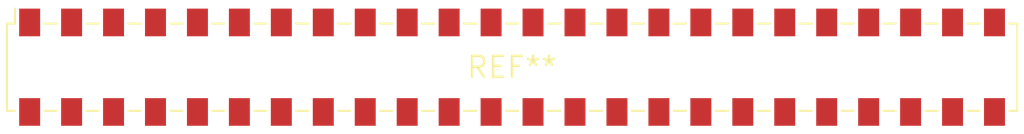
<source format=kicad_pcb>
(kicad_pcb (version 20240108) (generator pcbnew)
  (layers (0 "F.Cu" signal) (31 "B.Cu" signal) (34 "B.Paste" user) (35 "F.Paste" user) (36 "B.SilkS" user "B.Silkscreen") (37 "F.SilkS" user "F.Silkscreen") (38 "B.Mask" user) (39 "F.Mask" user) (44 "Edge.Cuts" user))
  (net 0 "")
  (footprint "Samtec_HLE-124-02-xxx-DV-BE_2x24_P2.54mm_Horizontal" (layer "F.Cu") (at 0 0)
    (property "Reference" "REF**")
    (property "Value" "Samtec_HLE-124-02-xxx-DV-BE_2x24_P2.54mm_Horizontal")
    (fp_line (start -30.59 -2.65) (end -30.59 2.65) (layer "F.SilkS") (stroke (width 0.12)))
    (fp_line (start -30.59 2.65) (end -30.105 2.65) (layer "F.SilkS") (stroke (width 0.12)))
    (fp_line (start -30.105 -3.56) (end -30.105 -2.65) (layer "F.SilkS") (stroke (width 0.12)))
    (fp_line (start -30.105 -2.65) (end -30.59 -2.65) (layer "F.SilkS") (stroke (width 0.12)))
    (fp_line (start -28.315 -2.65) (end -27.565 -2.65) (layer "F.SilkS") (stroke (width 0.12)))
    (fp_line (start -28.315 2.65) (end -27.565 2.65) (layer "F.SilkS") (stroke (width 0.12)))
    (fp_line (start -25.775 -2.65) (end -25.025 -2.65) (layer "F.SilkS") (stroke (width 0.12)))
    (fp_line (start -25.775 2.65) (end -25.025 2.65) (layer "F.SilkS") (stroke (width 0.12)))
    (fp_line (start -23.235 -2.65) (end -22.485 -2.65) (layer "F.SilkS") (stroke (width 0.12)))
    (fp_line (start -23.235 2.65) (end -22.485 2.65) (layer "F.SilkS") (stroke (width 0.12)))
    (fp_line (start -20.695 -2.65) (end -19.945 -2.65) (layer "F.SilkS") (stroke (width 0.12)))
    (fp_line (start -20.695 2.65) (end -19.945 2.65) (layer "F.SilkS") (stroke (width 0.12)))
    (fp_line (start -18.155 -2.65) (end -17.405 -2.65) (layer "F.SilkS") (stroke (width 0.12)))
    (fp_line (start -18.155 2.65) (end -17.405 2.65) (layer "F.SilkS") (stroke (width 0.12)))
    (fp_line (start -15.615 -2.65) (end -14.865 -2.65) (layer "F.SilkS") (stroke (width 0.12)))
    (fp_line (start -15.615 2.65) (end -14.865 2.65) (layer "F.SilkS") (stroke (width 0.12)))
    (fp_line (start -13.075 -2.65) (end -12.325 -2.65) (layer "F.SilkS") (stroke (width 0.12)))
    (fp_line (start -13.075 2.65) (end -12.325 2.65) (layer "F.SilkS") (stroke (width 0.12)))
    (fp_line (start -10.535 -2.65) (end -9.785 -2.65) (layer "F.SilkS") (stroke (width 0.12)))
    (fp_line (start -10.535 2.65) (end -9.785 2.65) (layer "F.SilkS") (stroke (width 0.12)))
    (fp_line (start -7.995 -2.65) (end -7.245 -2.65) (layer "F.SilkS") (stroke (width 0.12)))
    (fp_line (start -7.995 2.65) (end -7.245 2.65) (layer "F.SilkS") (stroke (width 0.12)))
    (fp_line (start -5.455 -2.65) (end -4.705 -2.65) (layer "F.SilkS") (stroke (width 0.12)))
    (fp_line (start -5.455 2.65) (end -4.705 2.65) (layer "F.SilkS") (stroke (width 0.12)))
    (fp_line (start -2.915 -2.65) (end -2.165 -2.65) (layer "F.SilkS") (stroke (width 0.12)))
    (fp_line (start -2.915 2.65) (end -2.165 2.65) (layer "F.SilkS") (stroke (width 0.12)))
    (fp_line (start -0.375 -2.65) (end 0.375 -2.65) (layer "F.SilkS") (stroke (width 0.12)))
    (fp_line (start -0.375 2.65) (end 0.375 2.65) (layer "F.SilkS") (stroke (width 0.12)))
    (fp_line (start 2.165 -2.65) (end 2.915 -2.65) (layer "F.SilkS") (stroke (width 0.12)))
    (fp_line (start 2.165 2.65) (end 2.915 2.65) (layer "F.SilkS") (stroke (width 0.12)))
    (fp_line (start 4.705 -2.65) (end 5.455 -2.65) (layer "F.SilkS") (stroke (width 0.12)))
    (fp_line (start 4.705 2.65) (end 5.455 2.65) (layer "F.SilkS") (stroke (width 0.12)))
    (fp_line (start 7.245 -2.65) (end 7.995 -2.65) (layer "F.SilkS") (stroke (width 0.12)))
    (fp_line (start 7.245 2.65) (end 7.995 2.65) (layer "F.SilkS") (stroke (width 0.12)))
    (fp_line (start 9.785 -2.65) (end 10.535 -2.65) (layer "F.SilkS") (stroke (width 0.12)))
    (fp_line (start 9.785 2.65) (end 10.535 2.65) (layer "F.SilkS") (stroke (width 0.12)))
    (fp_line (start 12.325 -2.65) (end 13.075 -2.65) (layer "F.SilkS") (stroke (width 0.12)))
    (fp_line (start 12.325 2.65) (end 13.075 2.65) (layer "F.SilkS") (stroke (width 0.12)))
    (fp_line (start 14.865 -2.65) (end 15.615 -2.65) (layer "F.SilkS") (stroke (width 0.12)))
    (fp_line (start 14.865 2.65) (end 15.615 2.65) (layer "F.SilkS") (stroke (width 0.12)))
    (fp_line (start 17.405 -2.65) (end 18.155 -2.65) (layer "F.SilkS") (stroke (width 0.12)))
    (fp_line (start 17.405 2.65) (end 18.155 2.65) (layer "F.SilkS") (stroke (width 0.12)))
    (fp_line (start 19.945 -2.65) (end 20.695 -2.65) (layer "F.SilkS") (stroke (width 0.12)))
    (fp_line (start 19.945 2.65) (end 20.695 2.65) (layer "F.SilkS") (stroke (width 0.12)))
    (fp_line (start 22.485 -2.65) (end 23.235 -2.65) (layer "F.SilkS") (stroke (width 0.12)))
    (fp_line (start 22.485 2.65) (end 23.235 2.65) (layer "F.SilkS") (stroke (width 0.12)))
    (fp_line (start 25.025 -2.65) (end 25.775 -2.65) (layer "F.SilkS") (stroke (width 0.12)))
    (fp_line (start 25.025 2.65) (end 25.775 2.65) (layer "F.SilkS") (stroke (width 0.12)))
    (fp_line (start 27.565 -2.65) (end 28.315 -2.65) (layer "F.SilkS") (stroke (width 0.12)))
    (fp_line (start 27.565 2.65) (end 28.315 2.65) (layer "F.SilkS") (stroke (width 0.12)))
    (fp_line (start 30.105 -2.65) (end 30.59 -2.65) (layer "F.SilkS") (stroke (width 0.12)))
    (fp_line (start 30.59 -2.65) (end 30.59 2.65) (layer "F.SilkS") (stroke (width 0.12)))
    (fp_line (start 30.59 2.65) (end 30.105 2.65) (layer "F.SilkS") (stroke (width 0.12)))
    (pad "" np_thru_hole circle (at -29.21 -1.27) (size 0.97 0.97) (drill 0.97) (layers *.Cu *.Mask))
    (pad "" np_thru_hole circle (at -29.21 1.27) (size 0.97 0.97) (drill 0.97) (layers *.Cu *.Mask))
    (pad "" np_thru_hole circle (at -26.67 -1.27) (size 0.97 0.97) (drill 0.97) (layers *.Cu *.Mask))
    (pad "" np_thru_hole circle (at -26.67 1.27) (size 0.97 0.97) (drill 0.97) (layers *.Cu *.Mask))
    (pad "" np_thru_hole circle (at -24.13 -1.27) (size 0.97 0.97) (drill 0.97) (layers *.Cu *.Mask))
    (pad "" np_thru_hole circle (at -24.13 1.27) (size 0.97 0.97) (drill 0.97) (layers *.Cu *.Mask))
    (pad "" np_thru_hole circle (at -21.59 -1.27) (size 0.97 0.97) (drill 0.97) (layers *.Cu *.Mask))
    (pad "" np_thru_hole circle (at -21.59 1.27) (size 0.97 0.97) (drill 0.97) (layers *.Cu *.Mask))
    (pad "" np_thru_hole circle (at -19.05 -1.27) (size 0.97 0.97) (drill 0.97) (layers *.Cu *.Mask))
    (pad "" np_thru_hole circle (at -19.05 1.27) (size 0.97 0.97) (drill 0.97) (layers *.Cu *.Mask))
    (pad "" np_thru_hole circle (at -16.51 -1.27) (size 0.97 0.97) (drill 0.97) (layers *.Cu *.Mask))
    (pad "" np_thru_hole circle (at -16.51 1.27) (size 0.97 0.97) (drill 0.97) (layers *.Cu *.Mask))
    (pad "" np_thru_hole circle (at -13.97 -1.27) (size 0.97 0.97) (drill 0.97) (layers *.Cu *.Mask))
    (pad "" np_thru_hole circle (at -13.97 1.27) (size 0.97 0.97) (drill 0.97) (layers *.Cu *.Mask))
    (pad "" np_thru_hole circle (at -11.43 -1.27) (size 0.97 0.97) (drill 0.97) (layers *.Cu *.Mask))
    (pad "" np_thru_hole circle (at -11.43 1.27) (size 0.97 0.97) (drill 0.97) (layers *.Cu *.Mask))
    (pad "" np_thru_hole circle (at -8.89 -1.27) (size 0.97 0.97) (drill 0.97) (layers *.Cu *.Mask))
    (pad "" np_thru_hole circle (at -8.89 1.27) (size 0.97 0.97) (drill 0.97) (layers *.Cu *.Mask))
    (pad "" np_thru_hole circle (at -6.35 -1.27) (size 0.97 0.97) (drill 0.97) (layers *.Cu *.Mask))
    (pad "" np_thru_hole circle (at -6.35 1.27) (size 0.97 0.97) (drill 0.97) (layers *.Cu *.Mask))
    (pad "" np_thru_hole circle (at -3.81 -1.27) (size 0.97 0.97) (drill 0.97) (layers *.Cu *.Mask))
    (pad "" np_thru_hole circle (at -3.81 1.27) (size 0.97 0.97) (drill 0.97) (layers *.Cu *.Mask))
    (pad "" np_thru_hole circle (at -1.27 -1.27) (size 0.97 0.97) (drill 0.97) (layers *.Cu *.Mask))
    (pad "" np_thru_hole circle (at -1.27 1.27) (size 0.97 0.97) (drill 0.97) (layers *.Cu *.Mask))
    (pad "" np_thru_hole circle (at 1.27 -1.27) (size 0.97 0.97) (drill 0.97) (layers *.Cu *.Mask))
    (pad "" np_thru_hole circle (at 1.27 1.27) (size 0.97 0.97) (drill 0.97) (layers *.Cu *.Mask))
    (pad "" np_thru_hole circle (at 3.81 -1.27) (size 0.97 0.97) (drill 0.97) (layers *.Cu *.Mask))
    (pad "" np_thru_hole circle (at 3.81 1.27) (size 0.97 0.97) (drill 0.97) (layers *.Cu *.Mask))
    (pad "" np_thru_hole circle (at 6.35 -1.27) (size 0.97 0.97) (drill 0.97) (layers *.Cu *.Mask))
    (pad "" np_thru_hole circle (at 6.35 1.27) (size 0.97 0.97) (drill 0.97) (layers *.Cu *.Mask))
    (pad "" np_thru_hole circle (at 8.89 -1.27) (size 0.97 0.97) (drill 0.97) (layers *.Cu *.Mask))
    (pad "" np_thru_hole circle (at 8.89 1.27) (size 0.97 0.97) (drill 0.97) (layers *.Cu *.Mask))
    (pad "" np_thru_hole circle (at 11.43 -1.27) (size 0.97 0.97) (drill 0.97) (layers *.Cu *.Mask))
    (pad "" np_thru_hole circle (at 11.43 1.27) (size 0.97 0.97) (drill 0.97) (layers *.Cu *.Mask))
    (pad "" np_thru_hole circle (at 13.97 -1.27) (size 0.97 0.97) (drill 0.97) (layers *.Cu *.Mask))
    (pad "" np_thru_hole circle (at 13.97 1.27) (size 0.97 0.97) (drill 0.97) (layers *.Cu *.Mask))
    (pad "" np_thru_hole circle (at 16.51 -1.27) (size 0.97 0.97) (drill 0.97) (layers *.Cu *.Mask))
    (pad "" np_thru_hole circle (at 16.51 1.27) (size 0.97 0.97) (drill 0.97) (layers *.Cu *.Mask))
    (pad "" np_thru_hole circle (at 19.05 -1.27) (size 0.97 0.97) (drill 0.97) (layers *.Cu *.Mask))
    (pad "" np_thru_hole circle (at 19.05 1.27) (size 0.97 0.97) (drill 0.97) (layers *.Cu *.Mask))
    (pad "" np_thru_hole circle (at 21.59 -1.27) (size 0.97 0.97) (drill 0.97) (layers *.Cu *.Mask))
    (pad "" np_thru_hole circle (at 21.59 1.27) (size 0.97 0.97) (drill 0.97) (layers *.Cu *.Mask))
    (pad "" np_thru_hole circle (at 24.13 -1.27) (size 0.97 0.97) (drill 0.97) (layers *.Cu *.Mask))
    (pad "" np_thru_hole circle (at 24.13 1.27) (size 0.97 0.97) (drill 0.97) (layers *.Cu *.Mask))
    (pad "" np_thru_hole circle (at 26.67 -1.27) (size 0.97 0.97) (drill 0.97) (layers *.Cu *.Mask))
    (pad "" np_thru_hole circle (at 26.67 1.27) (size 0.97 0.97) (drill 0.97) (layers *.Cu *.Mask))
    (pad "" np_thru_hole circle (at 29.21 -1.27) (size 0.97 0.97) (drill 0.97) (layers *.Cu *.Mask))
    (pad "" np_thru_hole circle (at 29.21 1.27) (size 0.97 0.97) (drill 0.97) (layers *.Cu *.Mask))
    (pad "1" smd rect (at -29.21 -2.72) (size 1.27 1.68) (layers "F.Cu" "F.Paste" "F.Mask"))
    (pad "2" smd rect (at -29.21 2.72) (size 1.27 1.68) (layers "F.Cu" "F.Paste" "F.Mask"))
    (pad "3" smd rect (at -26.67 -2.72) (size 1.27 1.68) (layers "F.Cu" "F.Paste" "F.Mask"))
    (pad "4" smd rect (at -26.67 2.72) (size 1.27 1.68) (layers "F.Cu" "F.Paste" "F.Mask"))
    (pad "5" smd rect (at -24.13 -2.72) (size 1.27 1.68) (layers "F.Cu" "F.Paste" "F.Mask"))
    (pad "6" smd rect (at -24.13 2.72) (size 1.27 1.68) (layers "F.Cu" "F.Paste" "F.Mask"))
    (pad "7" smd rect (at -21.59 -2.72) (size 1.27 1.68) (layers "F.Cu" "F.Paste" "F.Mask"))
    (pad "8" smd rect (at -21.59 2.72) (size 1.27 1.68) (layers "F.Cu" "F.Paste" "F.Mask"))
    (pad "9" smd rect (at -19.05 -2.72) (size 1.27 1.68) (layers "F.Cu" "F.Paste" "F.Mask"))
    (pad "10" smd rect (at -19.05 2.72) (size 1.27 1.68) (layers "F.Cu" "F.Paste" "F.Mask"))
    (pad "11" smd rect (at -16.51 -2.72) (size 1.27 1.68) (layers "F.Cu" "F.Paste" "F.Mask"))
    (pad "12" smd rect (at -16.51 2.72) (size 1.27 1.68) (layers "F.Cu" "F.Paste" "F.Mask"))
    (pad "13" smd rect (at -13.97 -2.72) (size 1.27 1.68) (layers "F.Cu" "F.Paste" "F.Mask"))
    (pad "14" smd rect (at -13.97 2.72) (size 1.27 1.68) (layers "F.Cu" "F.Paste" "F.Mask"))
    (pad "15" smd rect (at -11.43 -2.72) (size 1.27 1.68) (layers "F.Cu" "F.Paste" "F.Mask"))
    (pad "16" smd rect (at -11.43 2.72) (size 1.27 1.68) (layers "F.Cu" "F.Paste" "F.Mask"))
    (pad "17" smd rect (at -8.89 -2.72) (size 1.27 1.68) (layers "F.Cu" "F.Paste" "F.Mask"))
    (pad "18" smd rect (at -8.89 2.72) (size 1.27 1.68) (layers "F.Cu" "F.Paste" "F.Mask"))
    (pad "19" smd rect (at -6.35 -2.72) (size 1.27 1.68) (layers "F.Cu" "F.Paste" "F.Mask"))
    (pad "20" smd rect (at -6.35 2.72) (size 1.27 1.68) (layers "F.Cu" "F.Paste" "F.Mask"))
    (pad "21" smd rect (at -3.81 -2.72) (size 1.27 1.68) (layers "F.Cu" "F.Paste" "F.Mask"))
    (pad "22" smd rect (at -3.81 2.72) (size 1.27 1.68) (layers "F.Cu" "F.Paste" "F.Mask"))
    (pad "23" smd rect (at -1.27 -2.72) (size 1.27 1.68) (layers "F.Cu" "F.Paste" "F.Mask"))
    (pad "24" smd rect (at -1.27 2.72) (size 1.27 1.68) (layers "F.Cu" "F.Paste" "F.Mask"))
    (pad "25" smd rect (at 1.27 -2.72) (size 1.27 1.68) (layers "F.Cu" "F.Paste" "F.Mask"))
    (pad "26" smd rect (at 1.27 2.72) (size 1.27 1.68) (layers "F.Cu" "F.Paste" "F.Mask"))
    (pad "27" smd rect (at 3.81 -2.72) (size 1.27 1.68) (layers "F.Cu" "F.Paste" "F.Mask"))
    (pad "28" smd rect (at 3.81 2.72) (size 1.27 1.68) (layers "F.Cu" "F.Paste" "F.Mask"))
    (pad "29" smd rect (at 6.35 -2.72) (size 1.27 1.68) (layers "F.Cu" "F.Paste" "F.Mask"))
    (pad "30" smd rect (at 6.35 2.72) (size 1.27 1.68) (layers "F.Cu" "F.Paste" "F.Mask"))
    (pad "31" smd rect (at 8.89 -2.72) (size 1.27 1.68) (layers "F.Cu" "F.Paste" "F.Mask"))
    (pad "32" smd rect (at 8.89 2.72) (size 1.27 1.68) (layers "F.Cu" "F.Paste" "F.Mask"))
    (pad "33" smd rect (at 11.43 -2.72) (size 1.27 1.68) (layers "F.Cu" "F.Paste" "F.Mask"))
    (pad "34" smd rect (at 11.43 2.72) (size 1.27 1.68) (layers "F.Cu" "F.Paste" "F.Mask"))
    (pad "35" smd rect (at 13.97 -2.72) (size 1.27 1.68) (layers "F.Cu" "F.Paste" "F.Mask"))
    (pad "36" smd rect (at 13.97 2.72) (size 1.27 1.68) (layers "F.Cu" "F.Paste" "F.Mask"))
    (pad "37" smd rect (at 16.51 -2.72) (size 1.27 1.68) (layers "F.Cu" "F.Paste" "F.Mask"))
    (pad "38" smd rect (at 16.51 2.72) (size 1.27 1.68) (layers "F.Cu" "F.Paste" "F.Mask"))
    (pad "39" smd rect (at 19.05 -2.72) (size 1.27 1.68) (layers "F.Cu" "F.Paste" "F.Mask"))
    (pad "40" smd rect (at 19.05 2.72) (size 1.27 1.68) (layers "F.Cu" "F.Paste" "F.Mask"))
    (pad "41" smd rect (at 21.59 -2.72) (size 1.27 1.68) (layers "F.Cu" "F.Paste" "F.Mask"))
    (pad "42" smd rect (at 21.59 2.72) (size 1.27 1.68) (layers "F.Cu" "F.Paste" "F.Mask"))
    (pad "43" smd rect (at 24.13 -2.72) (size 1.27 1.68) (layers "F.Cu" "F.Paste" "F.Mask"))
    (pad "44" smd rect (at 24.13 2.72) (size 1.27 1.68) (layers "F.Cu" "F.Paste" "F.Mask"))
    (pad "45" smd rect (at 26.67 -2.72) (size 1.27 1.68) (layers "F.Cu" "F.Paste" "F.Mask"))
    (pad "46" smd rect (at 26.67 2.72) (size 1.27 1.68) (layers "F.Cu" "F.Paste" "F.Mask"))
    (pad "47" smd rect (at 29.21 -2.72) (size 1.27 1.68) (layers "F.Cu" "F.Paste" "F.Mask"))
    (pad "48" smd rect (at 29.21 2.72) (size 1.27 1.68) (layers "F.Cu" "F.Paste" "F.Mask"))
  )
)
</source>
